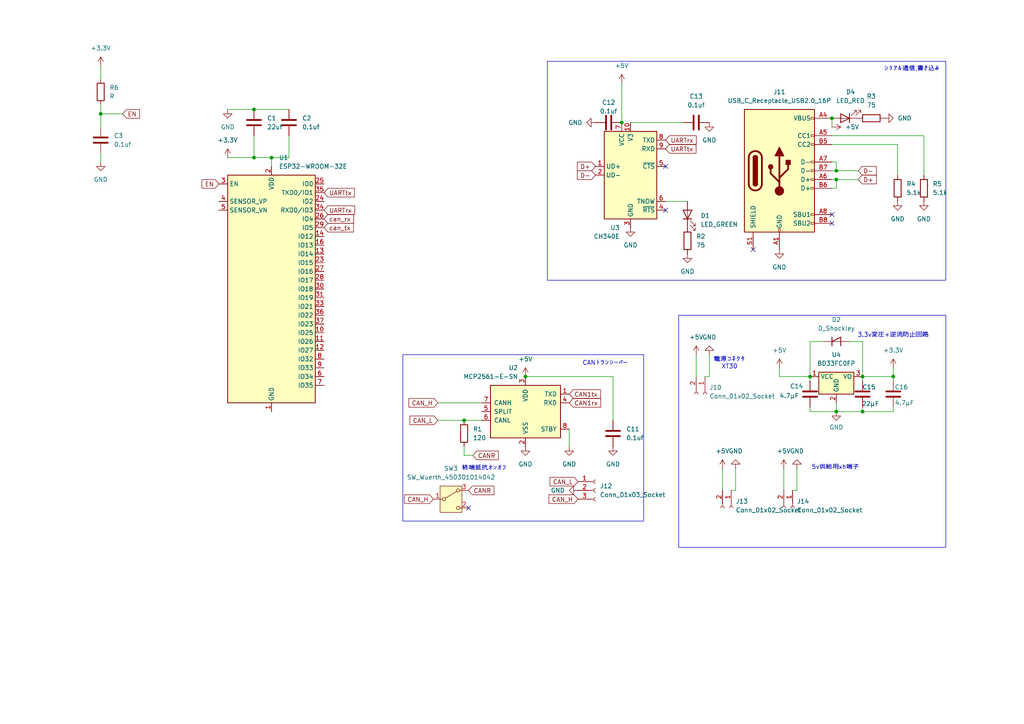
<source format=kicad_sch>
(kicad_sch (version 20250114) (generator "eeschema") (generator_version "9.0")
  (paper "A4")
  (lib_symbols
    (symbol "Connector:Conn_01x02_Socket" (pin_names (offset 1.016) (hide yes))
      (property "Reference" "J" (at 0 2.54 0))
      (property "Value" "Conn_01x02_Socket" (at 0 -5.08 0))
      (symbol "Conn_01x02_Socket_1_1"
        (polyline (pts (xy -1.27 0) (xy -0.508 0)) (stroke (width 0.1524)))
        (polyline (pts (xy -1.27 -2.54) (xy -0.508 -2.54)) (stroke (width 0.1524)))
        (arc (start 0 -0.508) (mid -0.5058 0) (end 0 0.508) (stroke (width 0.1524)))
        (arc (start 0 -3.048) (mid -0.5058 -2.54) (end 0 -2.032) (stroke (width 0.1524)))
        (pin passive line (at -5.08 0 0) (length 3.81) (name "Pin_1") (number "1"))
        (pin passive line (at -5.08 -2.54 0) (length 3.81) (name "Pin_2") (number "2"))
      )
    )
    (symbol "Connector:Conn_01x03_Socket" (pin_names (offset 1.016) (hide yes))
      (property "Reference" "J" (at 0 5.08 0))
      (property "Value" "Conn_01x03_Socket" (at 0 -5.08 0))
      (symbol "Conn_01x03_Socket_1_1"
        (polyline (pts (xy -1.27 2.54) (xy -0.508 2.54)) (stroke (width 0.1524)))
        (polyline (pts (xy -1.27 0) (xy -0.508 0)) (stroke (width 0.1524)))
        (polyline (pts (xy -1.27 -2.54) (xy -0.508 -2.54)) (stroke (width 0.1524)))
        (arc (start 0 2.032) (mid -0.5058 2.54) (end 0 3.048) (stroke (width 0.1524)))
        (arc (start 0 -0.508) (mid -0.5058 0) (end 0 0.508) (stroke (width 0.1524)))
        (arc (start 0 -3.048) (mid -0.5058 -2.54) (end 0 -2.032) (stroke (width 0.1524)))
        (pin passive line (at -5.08 2.54 0) (length 3.81) (name "Pin_1") (number "1"))
        (pin passive line (at -5.08 0 0) (length 3.81) (name "Pin_2") (number "2"))
        (pin passive line (at -5.08 -2.54 0) (length 3.81) (name "Pin_3") (number "3"))
      )
    )
    (symbol "Connector:USB_C_Receptacle_USB2.0_16P" (pin_names (offset 1.016))
      (property "Reference" "J" (at 0 22.225 0))
      (property "Value" "USB_C_Receptacle_USB2.0_16P" (at 0 19.685 0))
      (symbol "USB_C_Receptacle_USB2.0_16P_0_0"
        (rectangle (start -0.254 -17.78) (end 0.254 -16.764))
        (rectangle (start 10.16 15.494) (end 9.144 14.986))
        (rectangle (start 10.16 10.414) (end 9.144 9.906))
        (rectangle (start 10.16 7.874) (end 9.144 7.366))
        (rectangle (start 10.16 2.794) (end 9.144 2.286))
        (rectangle (start 10.16 0.254) (end 9.144 -0.254))
        (rectangle (start 10.16 -2.286) (end 9.144 -2.794))
        (rectangle (start 10.16 -4.826) (end 9.144 -5.334))
        (rectangle (start 10.16 -12.446) (end 9.144 -12.954))
        (rectangle (start 10.16 -14.986) (end 9.144 -15.494))
      )
      (symbol "USB_C_Receptacle_USB2.0_16P_0_1"
        (rectangle (start -10.16 17.78) (end 10.16 -17.78) (stroke (width 0.254)) (fill (type background)))
        (polyline (pts (xy -8.89 -3.81) (xy -8.89 3.81)) (stroke (width 0.508)))
        (rectangle (start -7.62 -3.81) (end -6.35 3.81) (stroke (width 0.254)) (fill (type outline)))
        (arc (start -7.62 3.81) (mid -6.985 4.4423) (end -6.35 3.81) (stroke (width 0.254)))
        (arc (start -7.62 3.81) (mid -6.985 4.4423) (end -6.35 3.81) (stroke (width 0.254)) (fill (type outline)))
        (arc (start -8.89 3.81) (mid -6.985 5.7067) (end -5.08 3.81) (stroke (width 0.508)))
        (arc (start -5.08 -3.81) (mid -6.985 -5.7067) (end -8.89 -3.81) (stroke (width 0.508)))
        (arc (start -6.35 -3.81) (mid -6.985 -4.4423) (end -7.62 -3.81) (stroke (width 0.254)))
        (arc (start -6.35 -3.81) (mid -6.985 -4.4423) (end -7.62 -3.81) (stroke (width 0.254)) (fill (type outline)))
        (polyline (pts (xy -5.08 3.81) (xy -5.08 -3.81)) (stroke (width 0.508)))
        (circle (center -2.54 1.143) (radius 0.635) (stroke (width 0.254)) (fill (type outline)))
        (polyline (pts (xy -1.27 4.318) (xy 0 6.858) (xy 1.27 4.318) (xy -1.27 4.318)) (stroke (width 0.254)) (fill (type outline)))
        (polyline (pts (xy 0 -2.032) (xy 2.54 0.508) (xy 2.54 1.778)) (stroke (width 0.508)))
        (polyline (pts (xy 0 -3.302) (xy -2.54 -0.762) (xy -2.54 0.508)) (stroke (width 0.508)))
        (polyline (pts (xy 0 -5.842) (xy 0 4.318)) (stroke (width 0.508)))
        (circle (center 0 -5.842) (radius 1.27) (fill (type outline)))
        (rectangle (start 1.905 1.778) (end 3.175 3.048) (stroke (width 0.254)) (fill (type outline)))
      )
      (symbol "USB_C_Receptacle_USB2.0_16P_1_1"
        (pin passive line (at -7.62 -22.86 90) (length 5.08) (name "SHIELD") (number "S1"))
        (pin passive line (at 0 -22.86 90) (length 5.08) (name "GND") (number "A1"))
        (pin passive line (at 0 -22.86 90) (length 5.08) (hide yes) (name "GND") (number "A12"))
        (pin passive line (at 0 -22.86 90) (length 5.08) (hide yes) (name "GND") (number "B1"))
        (pin passive line (at 0 -22.86 90) (length 5.08) (hide yes) (name "GND") (number "B12"))
        (pin passive line (at 15.24 15.24 180) (length 5.08) (name "VBUS") (number "A4"))
        (pin passive line (at 15.24 15.24 180) (length 5.08) (hide yes) (name "VBUS") (number "A9"))
        (pin passive line (at 15.24 15.24 180) (length 5.08) (hide yes) (name "VBUS") (number "B4"))
        (pin passive line (at 15.24 15.24 180) (length 5.08) (hide yes) (name "VBUS") (number "B9"))
        (pin bidirectional line (at 15.24 10.16 180) (length 5.08) (name "CC1") (number "A5"))
        (pin bidirectional line (at 15.24 7.62 180) (length 5.08) (name "CC2") (number "B5"))
        (pin bidirectional line (at 15.24 2.54 180) (length 5.08) (name "D-") (number "A7"))
        (pin bidirectional line (at 15.24 0 180) (length 5.08) (name "D-") (number "B7"))
        (pin bidirectional line (at 15.24 -2.54 180) (length 5.08) (name "D+") (number "A6"))
        (pin bidirectional line (at 15.24 -5.08 180) (length 5.08) (name "D+") (number "B6"))
        (pin bidirectional line (at 15.24 -12.7 180) (length 5.08) (name "SBU1") (number "A8"))
        (pin bidirectional line (at 15.24 -15.24 180) (length 5.08) (name "SBU2") (number "B8"))
      )
    )
    (symbol "Device:C" (pin_numbers (hide yes)) (pin_names (offset 0.254))
      (property "Reference" "C" (at 0.635 2.54 0))
      (property "Value" "C" (at 0.635 -2.54 0))
      (symbol "C_0_1"
        (polyline (pts (xy -2.032 0.762) (xy 2.032 0.762)) (stroke (width 0.508)))
        (polyline (pts (xy -2.032 -0.762) (xy 2.032 -0.762)) (stroke (width 0.508)))
      )
      (symbol "C_1_1"
        (pin passive line (at 0 3.81 270) (length 2.794) (name "~") (number "1"))
        (pin passive line (at 0 -3.81 90) (length 2.794) (name "~") (number "2"))
      )
    )
    (symbol "Device:D_Shockley" (pin_numbers (hide yes)) (pin_names (offset 1.016) (hide yes))
      (property "Reference" "D" (at 0 2.54 0))
      (property "Value" "D_Shockley" (at 0 -2.54 0))
      (symbol "D_Shockley_0_1"
        (polyline (pts (xy -1.27 1.27) (xy -1.27 -1.27)) (stroke (width 0.254)))
        (polyline (pts (xy -1.27 0) (xy 1.27 0)))
        (polyline (pts (xy -1.27 0) (xy 1.27 1.27) (xy 1.27 -1.27)) (stroke (width 0.254)))
      )
      (symbol "D_Shockley_1_1"
        (pin passive line (at -3.81 0 0) (length 2.54) (name "K") (number "1"))
        (pin passive line (at 3.81 0 180) (length 2.54) (name "A") (number "2"))
      )
    )
    (symbol "Device:LED" (pin_numbers (hide yes)) (pin_names (offset 1.016) (hide yes))
      (property "Reference" "D" (at 0 2.54 0))
      (property "Value" "LED" (at 0 -2.54 0))
      (symbol "LED_0_1"
        (polyline (pts (xy -3.048 -0.762) (xy -4.572 -2.286) (xy -3.81 -2.286) (xy -4.572 -2.286) (xy -4.572 -1.524)))
        (polyline (pts (xy -1.778 -0.762) (xy -3.302 -2.286) (xy -2.54 -2.286) (xy -3.302 -2.286) (xy -3.302 -1.524)))
        (polyline (pts (xy -1.27 0) (xy 1.27 0)))
        (polyline (pts (xy -1.27 -1.27) (xy -1.27 1.27)) (stroke (width 0.254)))
        (polyline (pts (xy 1.27 -1.27) (xy 1.27 1.27) (xy -1.27 0) (xy 1.27 -1.27)) (stroke (width 0.254)))
      )
      (symbol "LED_1_1"
        (pin passive line (at -3.81 0 0) (length 2.54) (name "K") (number "1"))
        (pin passive line (at 3.81 0 180) (length 2.54) (name "A") (number "2"))
      )
    )
    (symbol "Device:R" (pin_numbers (hide yes)) (pin_names (offset 0))
      (property "Reference" "R" (at 2.032 0 90))
      (property "Value" "R" (at 0 0 90))
      (symbol "R_0_1"
        (rectangle (start -1.016 -2.54) (end 1.016 2.54) (stroke (width 0.254)))
      )
      (symbol "R_1_1"
        (pin passive line (at 0 3.81 270) (length 1.27) (name "~") (number "1"))
        (pin passive line (at 0 -3.81 90) (length 1.27) (name "~") (number "2"))
      )
    )
    (symbol "Interface_CAN_LIN:MCP2561-E-SN" (pin_names (offset 1.016))
      (property "Reference" "U" (at -10.16 8.89 0))
      (property "Value" "MCP2561-E-SN" (at 2.54 8.89 0))
      (symbol "MCP2561-E-SN_0_1"
        (rectangle (start -10.16 7.62) (end 10.16 -7.62) (stroke (width 0.254)) (fill (type background)))
      )
      (symbol "MCP2561-E-SN_1_1"
        (pin input line (at -12.7 5.08 0) (length 2.54) (name "TXD") (number "1"))
        (pin output line (at -12.7 2.54 0) (length 2.54) (name "RXD") (number "4"))
        (pin input line (at -12.7 -5.08 0) (length 2.54) (name "STBY") (number "8"))
        (pin power_in line (at 0 10.16 270) (length 2.54) (name "VDD") (number "3"))
        (pin power_in line (at 0 -10.16 90) (length 2.54) (name "VSS") (number "2"))
        (pin bidirectional line (at 12.7 2.54 180) (length 2.54) (name "CANH") (number "7"))
        (pin passive line (at 12.7 0 180) (length 2.54) (name "SPLIT") (number "5"))
        (pin bidirectional line (at 12.7 -2.54 180) (length 2.54) (name "CANL") (number "6"))
      )
    )
    (symbol "Interface_USB:CH340E"
      (property "Reference" "U" (at -5.08 13.97 0))
      (property "Value" "CH340E" (at 1.27 13.97 0))
      (symbol "CH340E_0_1"
        (rectangle (start -7.62 12.7) (end 7.62 -12.7) (stroke (width 0.254)) (fill (type background)))
      )
      (symbol "CH340E_1_1"
        (pin bidirectional line (at -10.16 2.54 0) (length 2.54) (name "UD+") (number "1"))
        (pin bidirectional line (at -10.16 0 0) (length 2.54) (name "UD-") (number "2"))
        (pin power_in line (at -2.54 15.24 270) (length 2.54) (name "VCC") (number "7"))
        (pin power_out line (at 0 15.24 270) (length 2.54) (name "V3") (number "10"))
        (pin power_in line (at 0 -15.24 90) (length 2.54) (name "GND") (number "3"))
        (pin output line (at 10.16 10.16 180) (length 2.54) (name "TXD") (number "8"))
        (pin input line (at 10.16 7.62 180) (length 2.54) (name "RXD") (number "9"))
        (pin input line (at 10.16 2.54 180) (length 2.54) (name "~{CTS}") (number "5"))
        (pin output line (at 10.16 -7.62 180) (length 2.54) (name "TNOW") (number "6"))
        (pin output line (at 10.16 -10.16 180) (length 2.54) (name "~{RTS}") (number "4"))
      )
    )
    (symbol "RF_Module:ESP32-WROOM-32E"
      (property "Reference" "U" (at -12.7 34.29 0))
      (property "Value" "ESP32-WROOM-32E" (at 1.27 34.29 0))
      (symbol "ESP32-WROOM-32E_0_1"
        (rectangle (start -12.7 33.02) (end 12.7 -33.02) (stroke (width 0.254)) (fill (type background)))
      )
      (symbol "ESP32-WROOM-32E_1_1"
        (pin input line (at -15.24 30.48 0) (length 2.54) (name "EN") (number "3"))
        (pin input line (at -15.24 25.4 0) (length 2.54) (name "SENSOR_VP") (number "4"))
        (pin input line (at -15.24 22.86 0) (length 2.54) (name "SENSOR_VN") (number "5"))
        (pin no_connect line (at -12.7 0 0) (length 2.54) (hide yes) (name "NC") (number "21"))
        (pin no_connect line (at -12.7 -2.54 0) (length 2.54) (hide yes) (name "NC") (number "22"))
        (pin no_connect line (at -12.7 -5.08 0) (length 2.54) (hide yes) (name "NC") (number "17"))
        (pin no_connect line (at -12.7 -7.62 0) (length 2.54) (hide yes) (name "NC") (number "18"))
        (pin no_connect line (at -12.7 -10.16 0) (length 2.54) (hide yes) (name "NC") (number "20"))
        (pin no_connect line (at -12.7 -12.7 0) (length 2.54) (hide yes) (name "NC") (number "19"))
        (pin no_connect line (at -12.7 -27.94 0) (length 2.54) (hide yes) (name "NC") (number "32"))
        (pin power_in line (at 0 35.56 270) (length 2.54) (name "VDD") (number "2"))
        (pin power_in line (at 0 -35.56 90) (length 2.54) (name "GND") (number "1"))
        (pin passive line (at 0 -35.56 90) (length 2.54) (hide yes) (name "GND") (number "15"))
        (pin passive line (at 0 -35.56 90) (length 2.54) (hide yes) (name "GND") (number "38"))
        (pin passive line (at 0 -35.56 90) (length 2.54) (hide yes) (name "GND") (number "39"))
        (pin bidirectional line (at 15.24 30.48 180) (length 2.54) (name "IO0") (number "25"))
        (pin bidirectional line (at 15.24 27.94 180) (length 2.54) (name "TXD0/IO1") (number "35"))
        (pin bidirectional line (at 15.24 25.4 180) (length 2.54) (name "IO2") (number "24"))
        (pin bidirectional line (at 15.24 22.86 180) (length 2.54) (name "RXD0/IO3") (number "34"))
        (pin bidirectional line (at 15.24 20.32 180) (length 2.54) (name "IO4") (number "26"))
        (pin bidirectional line (at 15.24 17.78 180) (length 2.54) (name "IO5") (number "29"))
        (pin bidirectional line (at 15.24 15.24 180) (length 2.54) (name "IO12") (number "14"))
        (pin bidirectional line (at 15.24 12.7 180) (length 2.54) (name "IO13") (number "16"))
        (pin bidirectional line (at 15.24 10.16 180) (length 2.54) (name "IO14") (number "13"))
        (pin bidirectional line (at 15.24 7.62 180) (length 2.54) (name "IO15") (number "23"))
        (pin bidirectional line (at 15.24 5.08 180) (length 2.54) (name "IO16") (number "27"))
        (pin bidirectional line (at 15.24 2.54 180) (length 2.54) (name "IO17") (number "28"))
        (pin bidirectional line (at 15.24 0 180) (length 2.54) (name "IO18") (number "30"))
        (pin bidirectional line (at 15.24 -2.54 180) (length 2.54) (name "IO19") (number "31"))
        (pin bidirectional line (at 15.24 -5.08 180) (length 2.54) (name "IO21") (number "33"))
        (pin bidirectional line (at 15.24 -7.62 180) (length 2.54) (name "IO22") (number "36"))
        (pin bidirectional line (at 15.24 -10.16 180) (length 2.54) (name "IO23") (number "37"))
        (pin bidirectional line (at 15.24 -12.7 180) (length 2.54) (name "IO25") (number "10"))
        (pin bidirectional line (at 15.24 -15.24 180) (length 2.54) (name "IO26") (number "11"))
        (pin bidirectional line (at 15.24 -17.78 180) (length 2.54) (name "IO27") (number "12"))
        (pin bidirectional line (at 15.24 -20.32 180) (length 2.54) (name "IO32") (number "8"))
        (pin bidirectional line (at 15.24 -22.86 180) (length 2.54) (name "IO33") (number "9"))
        (pin input line (at 15.24 -25.4 180) (length 2.54) (name "IO34") (number "6"))
        (pin input line (at 15.24 -27.94 180) (length 2.54) (name "IO35") (number "7"))
      )
    )
    (symbol "Regulator_Linear:BD33FC0FP"
      (property "Reference" "U" (at 0 7.62 0))
      (property "Value" "BD33FC0FP" (at 0 5.08 0))
      (symbol "BD33FC0FP_1_1"
        (rectangle (start -5.08 -5.08) (end 5.08 1.27) (stroke (width 0.254)) (fill (type background)))
        (pin power_in line (at -7.62 0 0) (length 2.54) (name "VCC") (number "1"))
        (pin power_in line (at 0 -7.62 90) (length 2.54) (name "GND") (number "2"))
        (pin power_out line (at 7.62 0 180) (length 2.54) (name "VO") (number "3"))
      )
    )
    (symbol "Switch:SW_Wuerth_450301014042" (pin_names (offset 1) (hide yes))
      (property "Reference" "SW" (at 0 5.08 0))
      (property "Value" "SW_Wuerth_450301014042" (at 0 -5.08 0))
      (symbol "SW_Wuerth_450301014042_0_1"
        (circle (center -2.032 0) (radius 0.4572))
        (polyline (pts (xy -1.651 0.254) (xy 1.651 2.286)))
        (circle (center 2.032 2.54) (radius 0.4572))
        (circle (center 2.032 -2.54) (radius 0.4572))
      )
      (symbol "SW_Wuerth_450301014042_1_1"
        (rectangle (start -3.175 3.81) (end 3.175 -3.81) (fill (type background)))
        (pin passive line (at -5.08 0 0) (length 2.54) (name "B") (number "1"))
        (pin passive line (at 5.08 2.54 180) (length 2.54) (name "A") (number "3"))
        (pin passive line (at 5.08 -2.54 180) (length 2.54) (name "C") (number "2"))
      )
    )
    (symbol "power:+3.3V" (power) (pin_numbers (hide yes)) (pin_names (offset 0) (hide yes))
      (property "Value" "+3.3V" (at 0 3.556 0))
      (symbol "+3.3V_0_1"
        (polyline (pts (xy -0.762 1.27) (xy 0 2.54)))
        (polyline (pts (xy 0 2.54) (xy 0.762 1.27)))
        (polyline (pts (xy 0 0) (xy 0 2.54)))
      )
      (symbol "+3.3V_1_1"
        (pin power_in line (at 0 0 90) (length 0) (name "~") (number "1"))
      )
    )
    (symbol "power:+5V" (power) (pin_numbers (hide yes)) (pin_names (offset 0) (hide yes))
      (property "Value" "+5V" (at 0 3.556 0))
      (symbol "+5V_0_1"
        (polyline (pts (xy -0.762 1.27) (xy 0 2.54)))
        (polyline (pts (xy 0 2.54) (xy 0.762 1.27)))
        (polyline (pts (xy 0 0) (xy 0 2.54)))
      )
      (symbol "+5V_1_1"
        (pin power_in line (at 0 0 90) (length 0) (name "~") (number "1"))
      )
    )
    (symbol "power:GND" (power) (pin_numbers (hide yes)) (pin_names (offset 0) (hide yes))
      (property "Value" "GND" (at 0 -3.81 0))
      (symbol "GND_0_1"
        (polyline (pts (xy 0 0) (xy 0 -1.27) (xy 1.27 -1.27) (xy 0 -2.54) (xy -1.27 -1.27) (xy 0 -1.27)))
      )
      (symbol "GND_1_1"
        (pin power_in line (at 0 0 270) (length 0) (name "~") (number "1"))
      )
    )
  )
  (rectangle (start 116.84 102.87) (end 186.69 151.13))
  (rectangle (start 196.85 91.44) (end 274.32 158.75))
  (rectangle (start 158.75 17.78) (end 274.32 81.28))
  (text "電源コネクタ\nXT30" (at 211.582 105.41 0) (effects (font (size 1.27 1.27))))
  (text "終端抵抗オンオフ" (at 140.462 135.89 0) (effects (font (size 1.27 1.27))))
  (text "5v供給用xh端子\n\n" (at 242.316 136.652 0) (effects (font (size 1.27 1.27))))
  (text "3.3v変圧+逆流防止回路" (at 259.08 97.282 0) (effects (font (size 1.27 1.27))))
  (text "CANトランシーバー" (at 175.514 105.41 0) (effects (font (size 1.27 1.27))))
  (text "シリアル通信,書き込み" (at 264.414 20.066 0) (effects (font (size 1.27 1.27))))
  (junction (at 180.34 35.56))
  (junction (at 242.57 119.38))
  (junction (at 152.4 109.22))
  (junction (at 78.74 45.72))
  (junction (at 250.19 109.22))
  (junction (at 134.62 121.92))
  (junction (at 73.66 31.75))
  (junction (at 234.95 109.22))
  (junction (at 242.57 49.53))
  (junction (at 73.66 45.72))
  (junction (at 29.21 33.02))
  (junction (at 259.08 109.22))
  (junction (at 241.3 34.29))
  (junction (at 250.19 119.38))
  (junction (at 242.57 52.07))
  (no_connect (at 241.3 64.77))
  (no_connect (at 218.44 72.39))
  (no_connect (at 193.04 48.26))
  (no_connect (at 193.04 60.96))
  (no_connect (at 241.3 62.23))
  (no_connect (at 135.89 147.32))
  (wire (pts (xy 177.8 109.22) (xy 177.8 121.92)))
  (wire (pts (xy 73.66 39.37) (xy 73.66 45.72)))
  (wire (pts (xy 241.3 54.61) (xy 242.57 54.61)))
  (wire (pts (xy 242.57 52.07) (xy 248.92 52.07)))
  (wire (pts (xy 259.08 118.11) (xy 259.08 119.38)))
  (wire (pts (xy 250.19 109.22) (xy 259.08 109.22)))
  (wire (pts (xy 134.62 132.08) (xy 137.16 132.08)))
  (wire (pts (xy 226.06 106.68) (xy 226.06 109.22)))
  (wire (pts (xy 250.19 119.38) (xy 259.08 119.38)))
  (wire (pts (xy 242.57 46.99) (xy 242.57 49.53)))
  (wire (pts (xy 238.76 99.06) (xy 234.95 99.06)))
  (wire (pts (xy 226.06 109.22) (xy 234.95 109.22)))
  (wire (pts (xy 231.14 135.89) (xy 231.14 142.24)))
  (wire (pts (xy 35.56 33.02) (xy 29.21 33.02)))
  (wire (pts (xy 78.74 45.72) (xy 78.74 48.26)))
  (wire (pts (xy 205.74 109.22) (xy 204.47 109.22)))
  (wire (pts (xy 180.34 24.13) (xy 180.34 35.56)))
  (wire (pts (xy 29.21 19.05) (xy 29.21 22.86)))
  (wire (pts (xy 250.19 110.49) (xy 250.19 109.22)))
  (wire (pts (xy 267.97 39.37) (xy 267.97 50.8)))
  (wire (pts (xy 83.82 45.72) (xy 78.74 45.72)))
  (wire (pts (xy 29.21 44.45) (xy 29.21 46.99)))
  (wire (pts (xy 259.08 106.68) (xy 259.08 109.22)))
  (wire (pts (xy 242.57 52.07) (xy 242.57 54.61)))
  (wire (pts (xy 250.19 99.06) (xy 246.38 99.06)))
  (wire (pts (xy 73.66 31.75) (xy 83.82 31.75)))
  (wire (pts (xy 73.66 45.72) (xy 78.74 45.72)))
  (wire (pts (xy 241.3 34.29) (xy 241.3 36.83)))
  (wire (pts (xy 165.1 124.46) (xy 165.1 129.54)))
  (wire (pts (xy 29.21 30.48) (xy 29.21 33.02)))
  (wire (pts (xy 213.36 142.24) (xy 212.09 142.24)))
  (wire (pts (xy 127 121.92) (xy 134.62 121.92)))
  (wire (pts (xy 234.95 99.06) (xy 234.95 109.22)))
  (wire (pts (xy 209.55 135.89) (xy 209.55 142.24)))
  (wire (pts (xy 127 116.84) (xy 139.7 116.84)))
  (wire (pts (xy 259.08 110.49) (xy 259.08 109.22)))
  (wire (pts (xy 234.95 119.38) (xy 242.57 119.38)))
  (wire (pts (xy 260.35 41.91) (xy 260.35 50.8)))
  (wire (pts (xy 231.14 142.24) (xy 229.87 142.24)))
  (wire (pts (xy 201.93 102.87) (xy 201.93 109.22)))
  (wire (pts (xy 227.33 135.89) (xy 227.33 142.24)))
  (wire (pts (xy 66.04 31.75) (xy 73.66 31.75)))
  (wire (pts (xy 234.95 110.49) (xy 234.95 109.22)))
  (wire (pts (xy 241.3 39.37) (xy 267.97 39.37)))
  (wire (pts (xy 250.19 109.22) (xy 250.19 99.06)))
  (wire (pts (xy 234.95 118.11) (xy 234.95 119.38)))
  (wire (pts (xy 241.3 49.53) (xy 242.57 49.53)))
  (wire (pts (xy 182.88 35.56) (xy 198.12 35.56)))
  (wire (pts (xy 241.3 41.91) (xy 260.35 41.91)))
  (wire (pts (xy 205.74 102.87) (xy 205.74 109.22)))
  (wire (pts (xy 134.62 121.92) (xy 139.7 121.92)))
  (wire (pts (xy 29.21 33.02) (xy 29.21 36.83)))
  (wire (pts (xy 242.57 49.53) (xy 248.92 49.53)))
  (wire (pts (xy 241.3 52.07) (xy 242.57 52.07)))
  (wire (pts (xy 66.04 45.72) (xy 73.66 45.72)))
  (wire (pts (xy 242.57 119.38) (xy 250.19 119.38)))
  (wire (pts (xy 241.3 46.99) (xy 242.57 46.99)))
  (wire (pts (xy 134.62 129.54) (xy 134.62 132.08)))
  (wire (pts (xy 83.82 39.37) (xy 83.82 45.72)))
  (wire (pts (xy 250.19 118.11) (xy 250.19 119.38)))
  (wire (pts (xy 213.36 135.89) (xy 213.36 142.24)))
  (wire (pts (xy 242.57 116.84) (xy 242.57 119.38)))
  (wire (pts (xy 152.4 109.22) (xy 177.8 109.22)))
  (wire (pts (xy 193.04 58.42) (xy 199.39 58.42)))
  (global_label "CAN_H" (shape input) (at 167.64 144.78 180) (property "Intersheetrefs" "${INTERSHEET_REFS}" (effects (hide yes))))
  (global_label "CAN_L" (shape input) (at 167.64 139.7 180) (property "Intersheetrefs" "${INTERSHEET_REFS}" (effects (hide yes))))
  (global_label "CAN_H" (shape input) (at 125.73 144.78 180) (property "Intersheetrefs" "${INTERSHEET_REFS}" (effects (hide yes))))
  (global_label "UARTrx" (shape input) (at 193.04 40.64 0) (property "Intersheetrefs" "${INTERSHEET_REFS}" (effects (hide yes))))
  (global_label "CANR" (shape input) (at 135.89 142.24 0) (property "Intersheetrefs" "${INTERSHEET_REFS}" (effects (hide yes))))
  (global_label "CAN1tx" (shape input) (at 165.1 114.3 0) (property "Intersheetrefs" "${INTERSHEET_REFS}" (effects (hide yes))))
  (global_label "D+" (shape input) (at 248.92 52.07 0) (property "Intersheetrefs" "${INTERSHEET_REFS}" (effects (hide yes))))
  (global_label "UARTrx" (shape input) (at 93.98 60.96 0) (property "Intersheetrefs" "${INTERSHEET_REFS}" (effects (hide yes))))
  (global_label "D+" (shape input) (at 172.72 48.26 180) (property "Intersheetrefs" "${INTERSHEET_REFS}" (effects (hide yes))))
  (global_label "can_tx" (shape input) (at 93.98 66.04 0) (property "Intersheetrefs" "${INTERSHEET_REFS}" (effects (hide yes))))
  (global_label "can_rx" (shape input) (at 93.98 63.5 0) (property "Intersheetrefs" "${INTERSHEET_REFS}" (effects (hide yes))))
  (global_label "CAN_L" (shape input) (at 127 121.92 180) (property "Intersheetrefs" "${INTERSHEET_REFS}" (effects (hide yes))))
  (global_label "CAN_H" (shape input) (at 127 116.84 180) (property "Intersheetrefs" "${INTERSHEET_REFS}" (effects (hide yes))))
  (global_label "EN" (shape input) (at 35.56 33.02 0) (property "Intersheetrefs" "${INTERSHEET_REFS}" (effects (hide yes))))
  (global_label "EN" (shape input) (at 63.5 53.34 180) (property "Intersheetrefs" "${INTERSHEET_REFS}" (effects (hide yes))))
  (global_label "D-" (shape input) (at 172.72 50.8 180) (property "Intersheetrefs" "${INTERSHEET_REFS}" (effects (hide yes))))
  (global_label "UARTtx" (shape input) (at 93.98 55.88 0) (property "Intersheetrefs" "${INTERSHEET_REFS}" (effects (hide yes))))
  (global_label "CANR" (shape input) (at 137.16 132.08 0) (property "Intersheetrefs" "${INTERSHEET_REFS}" (effects (hide yes))))
  (global_label "CAN1rx" (shape input) (at 165.1 116.84 0) (property "Intersheetrefs" "${INTERSHEET_REFS}" (effects (hide yes))))
  (global_label "UARTtx" (shape input) (at 193.04 43.18 0) (property "Intersheetrefs" "${INTERSHEET_REFS}" (effects (hide yes))))
  (global_label "D-" (shape input) (at 248.92 49.53 0) (property "Intersheetrefs" "${INTERSHEET_REFS}" (effects (hide yes))))
  (symbol (lib_id "power:GND") (at 29.21 46.99 0) (unit 1)
    (property "Reference" "#PWR03" (effects (hide yes)))
    (property "Value" "GND" (at 29.21 52.07 0))
    (property "Description" "Power symbol creates a global label with name \"GND\" , ground" (effects (hide yes)))
  )
  (symbol (lib_id "RF_Module:ESP32-WROOM-32E") (at 78.74 83.82 0) (unit 1)
    (property "Reference" "U1" (at 80.8833 45.72 0) (effects (justify left)))
    (property "Value" "ESP32-WROOM-32E" (at 80.8833 48.26 0) (effects (justify left)))
    (property "Footprint" "RF_Module:ESP32-WROOM-32D" (effects (hide yes)))
    (property "Datasheet" "https://www.espressif.com/sites/default/files/documentation/esp32-wroom-32e_esp32-wroom-32ue_datasheet_en.pdf" (effects (hide yes)))
    (property "Description" "RF Module, ESP32-D0WD-V3 SoC, without PSRAM, Wi-Fi 802.11b/g/n, Bluetooth, BLE, 32-bit, 2.7-3.6V, onboard antenna, SMD" (effects (hide yes)))
  )
  (symbol (lib_id "Interface_USB:CH340E") (at 182.88 50.8 0) (unit 1)
    (property "Reference" "U3" (at 179.7619 66.04 0) (effects (justify right)))
    (property "Value" "CH340E" (at 179.7619 68.58 0) (effects (justify right)))
    (property "Footprint" "Package_SO:MSOP-10_3x3mm_P0.5mm" (effects (hide yes)))
    (property "Datasheet" "https://www.mpja.com/download/35227cpdata.pdf" (effects (hide yes)))
    (property "Description" "USB serial converter, UART, MSOP-10" (effects (hide yes)))
  )
  (symbol (lib_id "power:+5V") (at 201.93 102.87 0) (unit 1)
    (property "Reference" "#PWR021" (effects (hide yes)))
    (property "Value" "+5V" (at 201.93 97.79 0))
    (property "Description" "Power symbol creates a global label with name \"+5V\"" (effects (hide yes)))
  )
  (symbol (lib_id "power:GND") (at 205.74 35.56 0) (mirror y) (unit 1)
    (property "Reference" "#PWR022" (effects (hide yes)))
    (property "Value" "GND" (at 205.74 40.64 0))
    (property "Description" "Power symbol creates a global label with name \"GND\" , ground" (effects (hide yes)))
  )
  (symbol (lib_id "power:GND") (at 177.8 129.54 0) (unit 1)
    (property "Reference" "#PWR013" (effects (hide yes)))
    (property "Value" "GND" (at 177.8 134.62 0))
    (property "Description" "Power symbol creates a global label with name \"GND\" , ground" (effects (hide yes)))
  )
  (symbol (lib_id "power:GND") (at 205.74 102.87 180) (unit 1)
    (property "Reference" "#PWR017" (effects (hide yes)))
    (property "Value" "GND" (at 205.74 97.79 0))
    (property "Description" "Power symbol creates a global label with name \"GND\" , ground" (effects (hide yes)))
  )
  (symbol (lib_id "power:+3.3V") (at 259.08 106.68 0) (unit 1)
    (property "Reference" "#PWR026" (effects (hide yes)))
    (property "Value" "+3.3V" (at 259.08 101.6 0))
    (property "Description" "Power symbol creates a global label with name \"+3.3V\"" (effects (hide yes)))
  )
  (symbol (lib_id "power:GND") (at 267.97 58.42 0) (unit 1)
    (property "Reference" "#PWR031" (effects (hide yes)))
    (property "Value" "GND" (at 267.97 63.5 0))
    (property "Description" "Power symbol creates a global label with name \"GND\" , ground" (effects (hide yes)))
  )
  (symbol (lib_id "Device:R") (at 29.21 26.67 0) (unit 1)
    (property "Reference" "R6" (at 31.75 25.3999 0) (effects (justify left)))
    (property "Value" "R" (at 31.75 27.9399 0) (effects (justify left)))
    (property "Description" "Resistor" (effects (hide yes)))
  )
  (symbol (lib_id "power:+5V") (at 209.55 135.89 0) (unit 1)
    (property "Reference" "#PWR015" (effects (hide yes)))
    (property "Value" "+5V" (at 209.55 130.81 0))
    (property "Description" "Power symbol creates a global label with name \"+5V\"" (effects (hide yes)))
  )
  (symbol (lib_id "power:GND") (at 226.06 72.39 0) (unit 1)
    (property "Reference" "#PWR025" (effects (hide yes)))
    (property "Value" "GND" (at 226.06 77.47 0))
    (property "Description" "Power symbol creates a global label with name \"GND\" , ground" (effects (hide yes)))
  )
  (symbol (lib_id "Device:R") (at 199.39 69.85 0) (unit 1)
    (property "Reference" "R2" (at 201.93 68.5799 0) (effects (justify left)))
    (property "Value" "75" (at 201.93 71.1199 0) (effects (justify left)))
    (property "Footprint" "Resistor_SMD:R_0603_1608Metric_Pad0.98x0.95mm_HandSolder" (effects (hide yes)))
    (property "Description" "Resistor" (effects (hide yes)))
  )
  (symbol (lib_id "power:+5V") (at 227.33 135.89 0) (unit 1)
    (property "Reference" "#PWR027" (effects (hide yes)))
    (property "Value" "+5V" (at 227.33 130.81 0))
    (property "Description" "Power symbol creates a global label with name \"+5V\"" (effects (hide yes)))
  )
  (symbol (lib_id "Device:C") (at 201.93 35.56 90) (mirror x) (unit 1)
    (property "Reference" "C13" (at 201.93 27.94 90))
    (property "Value" "0.1uf" (at 201.93 30.48 90))
    (property "Footprint" "Capacitor_SMD:C_0603_1608Metric_Pad1.08x0.95mm_HandSolder" (effects (hide yes)))
    (property "Description" "Unpolarized capacitor" (effects (hide yes)))
  )
  (symbol (lib_id "power:+5V") (at 241.3 36.83 270) (unit 1)
    (property "Reference" "#PWR028" (effects (hide yes)))
    (property "Value" "+5V" (at 245.11 36.8299 90) (effects (justify left)))
    (property "Description" "Power symbol creates a global label with name \"+5V\"" (effects (hide yes)))
  )
  (symbol (lib_id "power:GND") (at 242.57 119.38 0) (unit 1)
    (property "Reference" "#PWR023" (effects (hide yes)))
    (property "Value" "GND" (at 242.57 123.952 0))
    (property "Description" "Power symbol creates a global label with name \"GND\" , ground" (effects (hide yes)))
  )
  (symbol (lib_id "Device:C") (at 29.21 40.64 0) (unit 1)
    (property "Reference" "C3" (at 33.02 39.3699 0) (effects (justify left)))
    (property "Value" "0.1uf" (at 33.02 41.9099 0) (effects (justify left)))
    (property "Description" "Unpolarized capacitor" (effects (hide yes)))
  )
  (symbol (lib_id "Connector:Conn_01x02_Socket") (at 229.87 147.32 270) (unit 1)
    (property "Reference" "J14" (at 231.14 145.4149 90) (effects (justify left)))
    (property "Value" "Conn_01x02_Socket" (at 231.14 147.9549 90) (effects (justify left)))
    (property "Footprint" "Connector_JST:JST_XH_S2B-XH-A-1_1x02_P2.50mm_Horizontal" (effects (hide yes)))
    (property "Description" "Generic connector, single row, 01x02, script generated" (effects (hide yes)))
  )
  (symbol (lib_id "Interface_CAN_LIN:MCP2561-E-SN") (at 152.4 119.38 0) (mirror y) (unit 1)
    (property "Reference" "U2" (at 150.2567 106.68 0) (effects (justify left)))
    (property "Value" "MCP2561-E-SN" (at 150.2567 109.22 0) (effects (justify left)))
    (property "Footprint" "Package_SO:SOIC-8_3.9x4.9mm_P1.27mm" (effects (hide yes)))
    (property "Datasheet" "http://ww1.microchip.com/downloads/en/DeviceDoc/25167A.pdf" (effects (hide yes)))
    (property "Description" "High-Speed CAN Transceiver, 1Mbps, 5V supply, SPLIT pin, -40C to +125C, SOIC-8" (effects (hide yes)))
  )
  (symbol (lib_id "Device:R") (at 134.62 125.73 0) (unit 1)
    (property "Reference" "R1" (at 137.16 124.4599 0) (effects (justify left)))
    (property "Value" "120" (at 137.16 126.9999 0) (effects (justify left)))
    (property "Footprint" "Resistor_SMD:R_0805_2012Metric_Pad1.20x1.40mm_HandSolder" (effects (hide yes)))
    (property "Description" "Resistor" (effects (hide yes)))
  )
  (symbol (lib_id "Switch:SW_Wuerth_450301014042") (at 130.81 144.78 0) (unit 1)
    (property "Reference" "SW3" (at 130.81 135.89 0))
    (property "Value" "SW_Wuerth_450301014042" (at 130.81 138.43 0))
    (property "Footprint" "Button_Switch_THT:SW_Slide-03_Wuerth-WS-SLTV_10x2.5x6.4_P2.54mm" (effects (hide yes)))
    (property "Datasheet" "https://www.we-online.com/components/products/datasheet/450301014042.pdf" (effects (hide yes)))
    (property "Description" "Switch slide, single pole double throw" (effects (hide yes)))
  )
  (symbol (lib_id "power:GND") (at 172.72 35.56 270) (unit 1)
    (property "Reference" "#PWR014" (effects (hide yes)))
    (property "Value" "GND" (at 168.91 35.5599 90) (effects (justify right)))
    (property "Description" "Power symbol creates a global label with name \"GND\" , ground" (effects (hide yes)))
  )
  (symbol (lib_id "Device:C") (at 250.19 114.3 0) (mirror y) (unit 1)
    (property "Reference" "C15" (at 254 112.268 0) (effects (justify left)))
    (property "Value" "22μF" (at 255.016 117.094 0) (effects (justify left)))
    (property "Footprint" "Capacitor_SMD:C_0805_2012Metric_Pad1.18x1.45mm_HandSolder" (effects (hide yes)))
    (property "Description" "Unpolarized capacitor" (effects (hide yes)))
  )
  (symbol (lib_id "power:GND") (at 260.35 58.42 0) (unit 1)
    (property "Reference" "#PWR030" (effects (hide yes)))
    (property "Value" "GND" (at 260.35 63.5 0))
    (property "Description" "Power symbol creates a global label with name \"GND\" , ground" (effects (hide yes)))
  )
  (symbol (lib_id "Device:C") (at 73.66 35.56 0) (unit 1)
    (property "Reference" "C1" (at 77.47 34.2899 0) (effects (justify left)))
    (property "Value" "22uf" (at 77.47 36.8299 0) (effects (justify left)))
    (property "Description" "Unpolarized capacitor" (effects (hide yes)))
  )
  (symbol (lib_id "power:GND") (at 167.64 142.24 270) (unit 1)
    (property "Reference" "#PWR032" (effects (hide yes)))
    (property "Value" "GND" (at 163.83 142.2399 90) (effects (justify right)))
    (property "Description" "Power symbol creates a global label with name \"GND\" , ground" (effects (hide yes)))
  )
  (symbol (lib_id "power:GND") (at 256.54 34.29 90) (unit 1)
    (property "Reference" "#PWR029" (effects (hide yes)))
    (property "Value" "GND" (at 260.35 34.2899 90) (effects (justify right)))
    (property "Description" "Power symbol creates a global label with name \"GND\" , ground" (effects (hide yes)))
  )
  (symbol (lib_id "Device:R") (at 267.97 54.61 0) (unit 1)
    (property "Reference" "R5" (at 270.51 53.3399 0) (effects (justify left)))
    (property "Value" "5.1k" (at 270.51 55.8799 0) (effects (justify left)))
    (property "Footprint" "Resistor_SMD:R_1206_3216Metric_Pad1.30x1.75mm_HandSolder" (effects (hide yes)))
    (property "Description" "Resistor" (effects (hide yes)))
  )
  (symbol (lib_id "Device:C") (at 83.82 35.56 0) (unit 1)
    (property "Reference" "C2" (at 87.63 34.2899 0) (effects (justify left)))
    (property "Value" "0.1uf" (at 87.63 36.8299 0) (effects (justify left)))
    (property "Description" "Unpolarized capacitor" (effects (hide yes)))
  )
  (symbol (lib_id "Device:LED") (at 245.11 34.29 180) (unit 1)
    (property "Reference" "D4" (at 246.6975 26.67 0))
    (property "Value" "LED_RED" (at 246.6975 29.21 0))
    (property "Footprint" "Diode_SMD:D_0603_1608Metric_Pad1.05x0.95mm_HandSolder" (effects (hide yes)))
    (property "Description" "Light emitting diode" (effects (hide yes)))
    (property "Sim.Pins" "1=K 2=A" (effects (hide yes)))
  )
  (symbol (lib_id "power:+5V") (at 180.34 24.13 0) (unit 1)
    (property "Reference" "#PWR016" (effects (hide yes)))
    (property "Value" "+5V" (at 180.34 19.05 0))
    (property "Description" "Power symbol creates a global label with name \"+5V\"" (effects (hide yes)))
  )
  (symbol (lib_id "Connector:USB_C_Receptacle_USB2.0_16P") (at 226.06 49.53 0) (unit 1)
    (property "Reference" "J11" (at 226.06 26.67 0))
    (property "Value" "USB_C_Receptacle_USB2.0_16P" (at 226.06 29.21 0))
    (property "Footprint" "Connector_USB:USB_C_Receptacle_GCT_USB4105-xx-A_16P_TopMnt_Horizontal" (effects (hide yes)))
    (property "Datasheet" "https://www.usb.org/sites/default/files/documents/usb_type-c.zip" (effects (hide yes)))
    (property "Description" "USB 2.0-only 16P Type-C Receptacle connector" (effects (hide yes)))
  )
  (symbol (lib_id "power:GND") (at 213.36 135.89 180) (unit 1)
    (property "Reference" "#PWR024" (effects (hide yes)))
    (property "Value" "GND" (at 213.36 130.81 0))
    (property "Description" "Power symbol creates a global label with name \"GND\" , ground" (effects (hide yes)))
  )
  (symbol (lib_id "power:GND") (at 199.39 73.66 0) (unit 1)
    (property "Reference" "#PWR019" (effects (hide yes)))
    (property "Value" "GND" (at 199.39 78.74 0))
    (property "Description" "Power symbol creates a global label with name \"GND\" , ground" (effects (hide yes)))
  )
  (symbol (lib_id "Regulator_Linear:BD33FC0FP") (at 242.57 109.22 0) (unit 1)
    (property "Reference" "U4" (at 242.57 102.87 0))
    (property "Value" "BD33FC0FP" (at 242.57 105.41 0))
    (property "Footprint" "Package_TO_SOT_SMD:TO-252-2" (effects (hide yes)))
    (property "Datasheet" "https://fscdn.rohm.com/en/products/databook/datasheet/ic/power/linear_regulator/bdxxfc0wefj-e.pdf" (effects (hide yes)))
    (property "Description" "1A, 3.3V LDO regulator with OVP & TSP, without enable, TO-252" (effects (hide yes)))
  )
  (symbol (lib_id "Connector:Conn_01x03_Socket") (at 172.72 142.24 0) (unit 1)
    (property "Reference" "J12" (at 173.99 140.9699 0) (effects (justify left)))
    (property "Value" "Conn_01x03_Socket" (at 173.99 143.5099 0) (effects (justify left)))
    (property "Footprint" "Connector_JST:JST_XH_S3B-XH-A-1_1x03_P2.50mm_Horizontal" (effects (hide yes)))
    (property "Description" "Generic connector, single row, 01x03, script generated" (effects (hide yes)))
  )
  (symbol (lib_id "Device:C") (at 176.53 35.56 90) (unit 1)
    (property "Reference" "C12" (at 176.53 29.718 90))
    (property "Value" "0.1uf" (at 176.53 32.258 90))
    (property "Footprint" "Capacitor_SMD:C_0603_1608Metric_Pad1.08x0.95mm_HandSolder" (effects (hide yes)))
    (property "Description" "Unpolarized capacitor" (effects (hide yes)))
  )
  (symbol (lib_id "Device:C") (at 177.8 125.73 0) (unit 1)
    (property "Reference" "C11" (at 181.61 124.4599 0) (effects (justify left)))
    (property "Value" "0.1uf" (at 181.61 126.9999 0) (effects (justify left)))
    (property "Footprint" "Capacitor_SMD:C_0603_1608Metric_Pad1.08x0.95mm_HandSolder" (effects (hide yes)))
    (property "Description" "Unpolarized capacitor" (effects (hide yes)))
  )
  (symbol (lib_id "Device:LED") (at 199.39 62.23 90) (unit 1)
    (property "Reference" "D1" (at 203.2 62.5474 90) (effects (justify right)))
    (property "Value" "LED_GREEN" (at 203.2 65.0874 90) (effects (justify right)))
    (property "Footprint" "Diode_SMD:D_0603_1608Metric_Pad1.05x0.95mm_HandSolder" (effects (hide yes)))
    (property "Description" "Light emitting diode" (effects (hide yes)))
    (property "Sim.Pins" "1=K 2=A" (effects (hide yes)))
  )
  (symbol (lib_id "power:+5V") (at 152.4 109.22 0) (unit 1)
    (property "Reference" "#PWR010" (effects (hide yes)))
    (property "Value" "+5V" (at 152.4 104.14 0))
    (property "Description" "Power symbol creates a global label with name \"+5V\"" (effects (hide yes)))
  )
  (symbol (lib_id "power:GND") (at 152.4 129.54 0) (unit 1)
    (property "Reference" "#PWR011" (effects (hide yes)))
    (property "Value" "GND" (at 152.4 134.62 0))
    (property "Description" "Power symbol creates a global label with name \"GND\" , ground" (effects (hide yes)))
  )
  (symbol (lib_id "power:GND") (at 231.14 135.89 180) (unit 1)
    (property "Reference" "#PWR033" (effects (hide yes)))
    (property "Value" "GND" (at 231.14 130.81 0))
    (property "Description" "Power symbol creates a global label with name \"GND\" , ground" (effects (hide yes)))
  )
  (symbol (lib_id "Connector:Conn_01x02_Socket") (at 212.09 147.32 270) (unit 1)
    (property "Reference" "J13" (at 213.36 145.4149 90) (effects (justify left)))
    (property "Value" "Conn_01x02_Socket" (at 213.36 147.9549 90) (effects (justify left)))
    (property "Footprint" "Connector_JST:JST_XH_S2B-XH-A-1_1x02_P2.50mm_Horizontal" (effects (hide yes)))
    (property "Description" "Generic connector, single row, 01x02, script generated" (effects (hide yes)))
  )
  (symbol (lib_id "Device:C") (at 234.95 114.3 0) (unit 1)
    (property "Reference" "C14" (at 229.108 112.014 0) (effects (justify left)))
    (property "Value" "4.7μF" (at 226.06 114.808 0) (effects (justify left)))
    (property "Footprint" "Capacitor_SMD:C_0805_2012Metric_Pad1.18x1.45mm_HandSolder" (effects (hide yes)))
    (property "Description" "Unpolarized capacitor" (effects (hide yes)))
  )
  (symbol (lib_id "power:GND") (at 182.88 66.04 0) (mirror y) (unit 1)
    (property "Reference" "#PWR018" (effects (hide yes)))
    (property "Value" "GND" (at 182.88 71.12 0))
    (property "Description" "Power symbol creates a global label with name \"GND\" , ground" (effects (hide yes)))
  )
  (symbol (lib_id "power:+5V") (at 226.06 106.68 0) (unit 1)
    (property "Reference" "#PWR020" (effects (hide yes)))
    (property "Value" "+5V" (at 226.06 101.6 0))
    (property "Description" "Power symbol creates a global label with name \"+5V\"" (effects (hide yes)))
  )
  (symbol (lib_id "Device:D_Shockley") (at 242.57 99.06 0) (unit 1)
    (property "Reference" "D2" (at 242.57 92.71 0))
    (property "Value" "D_Shockley" (at 242.57 95.25 0))
    (property "Footprint" "Diode_SMD:D_SOD-882" (effects (hide yes)))
    (property "Description" "Shockley (PNPN) diode" (effects (hide yes)))
  )
  (symbol (lib_id "power:GND") (at 165.1 129.54 0) (unit 1)
    (property "Reference" "#PWR012" (effects (hide yes)))
    (property "Value" "GND" (at 165.1 134.62 0))
    (property "Description" "Power symbol creates a global label with name \"GND\" , ground" (effects (hide yes)))
  )
  (symbol (lib_id "Connector:Conn_01x02_Socket") (at 204.47 114.3 270) (unit 1)
    (property "Reference" "J10" (at 205.74 112.3949 90) (effects (justify left)))
    (property "Value" "Conn_01x02_Socket" (at 205.74 114.9349 90) (effects (justify left)))
    (property "Footprint" "Connector_AMASS:AMASS_XT30PW-F_1x02_P2.50mm_Horizontal" (effects (hide yes)))
    (property "Description" "Generic connector, single row, 01x02, script generated" (effects (hide yes)))
  )
  (symbol (lib_id "power:+3.3V") (at 29.21 19.05 0) (unit 1)
    (property "Reference" "#PWR04" (effects (hide yes)))
    (property "Value" "+3.3V" (at 29.21 13.97 0))
    (property "Description" "Power symbol creates a global label with name \"+3.3V\"" (effects (hide yes)))
  )
  (symbol (lib_id "Device:C") (at 259.08 114.3 0) (mirror y) (unit 1)
    (property "Reference" "C16" (at 263.398 112.268 0) (effects (justify left)))
    (property "Value" "4.7μF" (at 265.176 116.84 0) (effects (justify left)))
    (property "Footprint" "Capacitor_SMD:C_0805_2012Metric_Pad1.18x1.45mm_HandSolder" (effects (hide yes)))
    (property "Description" "Unpolarized capacitor" (effects (hide yes)))
  )
  (symbol (lib_id "Device:R") (at 252.73 34.29 90) (unit 1)
    (property "Reference" "R3" (at 252.73 27.94 90))
    (property "Value" "75" (at 252.73 30.48 90))
    (property "Footprint" "Resistor_SMD:R_0603_1608Metric_Pad0.98x0.95mm_HandSolder" (effects (hide yes)))
    (property "Description" "Resistor" (effects (hide yes)))
  )
  (symbol (lib_id "Device:R") (at 260.35 54.61 0) (unit 1)
    (property "Reference" "R4" (at 262.89 53.3399 0) (effects (justify left)))
    (property "Value" "5.1k" (at 262.89 55.8799 0) (effects (justify left)))
    (property "Footprint" "Resistor_SMD:R_1206_3216Metric_Pad1.30x1.75mm_HandSolder" (effects (hide yes)))
    (property "Description" "Resistor" (effects (hide yes)))
  )
  (symbol (lib_id "power:+3.3V") (at 66.04 45.72 0) (unit 1)
    (property "Reference" "#PWR02" (effects (hide yes)))
    (property "Value" "+3.3V" (at 66.04 40.64 0))
    (property "Description" "Power symbol creates a global label with name \"+3.3V\"" (effects (hide yes)))
  )
  (symbol (lib_id "power:GND") (at 66.04 31.75 0) (unit 1)
    (property "Reference" "#PWR01" (effects (hide yes)))
    (property "Value" "GND" (at 66.04 36.83 0))
    (property "Description" "Power symbol creates a global label with name \"GND\" , ground" (effects (hide yes)))
  )
)
</source>
